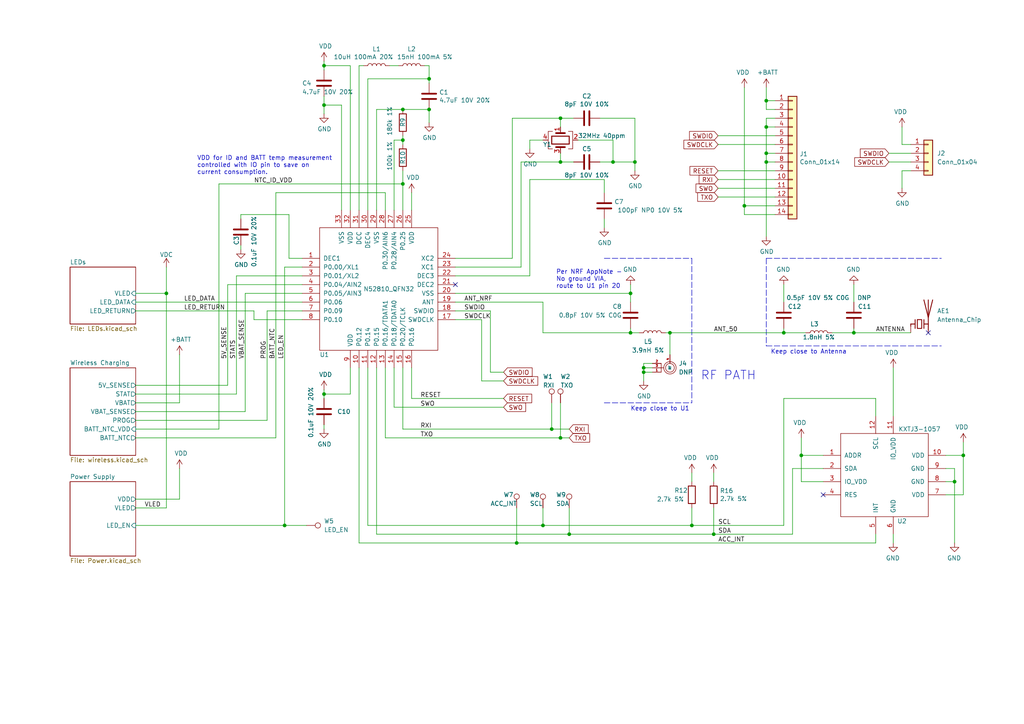
<source format=kicad_sch>
(kicad_sch (version 20211123) (generator eeschema)
  (paper "A4")
  (title_block (title "Pixels D12 Schematic, Main") (date "2022-12-23") (rev "2") (company "Systemic Games, LLC"))
  (lib_symbols
    (symbol "Connector_Generic:Conn_01x04" (pin_names (offset 1.016) hide)
      (property "Reference" "J" (at 0 5.08 0))
      (property "Value" "Conn_01x04" (at 0 -7.62 0))
      (symbol "Conn_01x04_1_1"
        (rectangle (start -1.27 -4.953) (end 0 -5.207) (stroke (width 0.1524)))
        (rectangle (start -1.27 -2.413) (end 0 -2.667) (stroke (width 0.1524)))
        (rectangle (start -1.27 0.127) (end 0 -0.127) (stroke (width 0.1524)))
        (rectangle (start -1.27 2.667) (end 0 2.413) (stroke (width 0.1524)))
        (rectangle (start -1.27 3.81) (end 1.27 -6.35) (stroke (width 0.254)) (fill (type background)))
        (pin passive line (at -5.08 2.54 0) (length 3.81) (name "Pin_1") (number "1"))
        (pin passive line (at -5.08 0 0) (length 3.81) (name "Pin_2") (number "2"))
        (pin passive line (at -5.08 -2.54 0) (length 3.81) (name "Pin_3") (number "3"))
        (pin passive line (at -5.08 -5.08 0) (length 3.81) (name "Pin_4") (number "4"))
      )
    )
    (symbol "Connector_Generic:Conn_01x14" (pin_names (offset 1.016) hide)
      (property "Reference" "J" (at 0 17.78 0))
      (property "Value" "Conn_01x14" (at 0 -20.32 0))
      (symbol "Conn_01x14_1_1"
        (rectangle (start -1.27 -17.653) (end 0 -17.907) (stroke (width 0.1524)))
        (rectangle (start -1.27 -15.113) (end 0 -15.367) (stroke (width 0.1524)))
        (rectangle (start -1.27 -12.573) (end 0 -12.827) (stroke (width 0.1524)))
        (rectangle (start -1.27 -10.033) (end 0 -10.287) (stroke (width 0.1524)))
        (rectangle (start -1.27 -7.493) (end 0 -7.747) (stroke (width 0.1524)))
        (rectangle (start -1.27 -4.953) (end 0 -5.207) (stroke (width 0.1524)))
        (rectangle (start -1.27 -2.413) (end 0 -2.667) (stroke (width 0.1524)))
        (rectangle (start -1.27 0.127) (end 0 -0.127) (stroke (width 0.1524)))
        (rectangle (start -1.27 2.667) (end 0 2.413) (stroke (width 0.1524)))
        (rectangle (start -1.27 5.207) (end 0 4.953) (stroke (width 0.1524)))
        (rectangle (start -1.27 7.747) (end 0 7.493) (stroke (width 0.1524)))
        (rectangle (start -1.27 10.287) (end 0 10.033) (stroke (width 0.1524)))
        (rectangle (start -1.27 12.827) (end 0 12.573) (stroke (width 0.1524)))
        (rectangle (start -1.27 15.367) (end 0 15.113) (stroke (width 0.1524)))
        (rectangle (start -1.27 16.51) (end 1.27 -19.05) (stroke (width 0.254)) (fill (type background)))
        (pin passive line (at -5.08 15.24 0) (length 3.81) (name "Pin_1") (number "1"))
        (pin passive line (at -5.08 -7.62 0) (length 3.81) (name "Pin_10") (number "10"))
        (pin passive line (at -5.08 -10.16 0) (length 3.81) (name "Pin_11") (number "11"))
        (pin passive line (at -5.08 -12.7 0) (length 3.81) (name "Pin_12") (number "12"))
        (pin passive line (at -5.08 -15.24 0) (length 3.81) (name "Pin_13") (number "13"))
        (pin passive line (at -5.08 -17.78 0) (length 3.81) (name "Pin_14") (number "14"))
        (pin passive line (at -5.08 12.7 0) (length 3.81) (name "Pin_2") (number "2"))
        (pin passive line (at -5.08 10.16 0) (length 3.81) (name "Pin_3") (number "3"))
        (pin passive line (at -5.08 7.62 0) (length 3.81) (name "Pin_4") (number "4"))
        (pin passive line (at -5.08 5.08 0) (length 3.81) (name "Pin_5") (number "5"))
        (pin passive line (at -5.08 2.54 0) (length 3.81) (name "Pin_6") (number "6"))
        (pin passive line (at -5.08 0 0) (length 3.81) (name "Pin_7") (number "7"))
        (pin passive line (at -5.08 -2.54 0) (length 3.81) (name "Pin_8") (number "8"))
        (pin passive line (at -5.08 -5.08 0) (length 3.81) (name "Pin_9") (number "9"))
      )
    )
    (symbol "Device:Antenna_Chip" (pin_numbers hide) (pin_names (offset 1.016) hide)
      (property "Reference" "AE" (at 0 5.08 0))
      (property "Value" "Antenna_Chip" (at 0 3.175 0))
      (symbol "Antenna_Chip_0_1"
        (polyline (pts (xy -2.54 0) (xy -2.54 -0.635)) (stroke (width 0.254)))
        (polyline (pts (xy -2.54 0) (xy -1.27 0)) (stroke (width 0.254)))
        (polyline (pts (xy 1.27 0) (xy 2.54 0)) (stroke (width 0.254)))
        (polyline (pts (xy 1.27 1.27) (xy 1.27 -1.27)) (stroke (width 0.254)))
        (polyline (pts (xy 2.54 -0.635) (xy 2.54 0)))
        (polyline (pts (xy 2.54 6.985) (xy 2.54 -1.905)) (stroke (width 0.254)))
        (polyline (pts (xy -1.27 1.27) (xy -1.27 -1.27) (xy -1.27 0)) (stroke (width 0.254)))
        (polyline (pts (xy 3.81 6.985) (xy 2.54 1.905) (xy 1.27 6.985)) (stroke (width 0.254)))
        (polyline (pts (xy -0.635 1.27) (xy 0.635 1.27) (xy 0.635 -1.27) (xy -0.635 -1.27) (xy -0.635 1.27)) (stroke (width 0.254)))
      )
      (symbol "Antenna_Chip_1_1"
        (pin input line (at -2.54 -2.54 90) (length 2.54) (name "FEED") (number "1"))
        (pin passive line (at 2.54 -2.54 90) (length 2.54) (name "PCB_Trace") (number "2"))
      )
    )
    (symbol "Device:C" (pin_numbers hide) (pin_names (offset 0.254))
      (property "Reference" "C" (at 0.635 2.54 0))
      (property "Value" "C" (at 0.635 -2.54 0))
      (symbol "C_0_1"
        (polyline (pts (xy -2.032 -0.762) (xy 2.032 -0.762)) (stroke (width 0.508)))
        (polyline (pts (xy -2.032 0.762) (xy 2.032 0.762)) (stroke (width 0.508)))
      )
      (symbol "C_1_1"
        (pin passive line (at 0 3.81 270) (length 2.794) (name "~") (number "1"))
        (pin passive line (at 0 -3.81 90) (length 2.794) (name "~") (number "2"))
      )
    )
    (symbol "Device:Crystal_GND24" (pin_names (offset 1.016) hide)
      (property "Reference" "Y" (at 3.175 5.08 0))
      (property "Value" "Crystal_GND24" (at 3.175 3.175 0))
      (symbol "Crystal_GND24_0_1"
        (rectangle (start -1.143 2.54) (end 1.143 -2.54) (stroke (width 0.3048)))
        (polyline (pts (xy -2.54 0) (xy -2.032 0)))
        (polyline (pts (xy -2.032 -1.27) (xy -2.032 1.27)) (stroke (width 0.508)))
        (polyline (pts (xy 0 -3.81) (xy 0 -3.556)))
        (polyline (pts (xy 0 3.556) (xy 0 3.81)))
        (polyline (pts (xy 2.032 -1.27) (xy 2.032 1.27)) (stroke (width 0.508)))
        (polyline (pts (xy 2.032 0) (xy 2.54 0)))
        (polyline (pts (xy -2.54 -2.286) (xy -2.54 -3.556) (xy 2.54 -3.556) (xy 2.54 -2.286)))
        (polyline (pts (xy -2.54 2.286) (xy -2.54 3.556) (xy 2.54 3.556) (xy 2.54 2.286)))
      )
      (symbol "Crystal_GND24_1_1"
        (pin passive line (at -3.81 0 0) (length 1.27) (name "1") (number "1"))
        (pin passive line (at 0 5.08 270) (length 1.27) (name "2") (number "2"))
        (pin passive line (at 3.81 0 180) (length 1.27) (name "3") (number "3"))
        (pin passive line (at 0 -5.08 90) (length 1.27) (name "4") (number "4"))
      )
    )
    (symbol "Device:L" (pin_numbers hide) (pin_names (offset 1.016) hide)
      (property "Reference" "L" (at -1.27 0 90))
      (property "Value" "L" (at 1.905 0 90))
      (symbol "L_0_1"
        (arc (start 0 -2.54) (mid 0.635 -1.905) (end 0 -1.27))
        (arc (start 0 -1.27) (mid 0.635 -0.635) (end 0 0))
        (arc (start 0 0) (mid 0.635 0.635) (end 0 1.27))
        (arc (start 0 1.27) (mid 0.635 1.905) (end 0 2.54))
      )
      (symbol "L_1_1"
        (pin passive line (at 0 3.81 270) (length 1.27) (name "1") (number "1"))
        (pin passive line (at 0 -3.81 90) (length 1.27) (name "2") (number "2"))
      )
    )
    (symbol "Device:R" (pin_numbers hide) (pin_names (offset 0))
      (property "Reference" "R" (at 2.032 0 90))
      (property "Value" "R" (at 0 0 90))
      (symbol "R_0_1"
        (rectangle (start -1.016 -2.54) (end 1.016 2.54) (stroke (width 0.254)))
      )
      (symbol "R_1_1"
        (pin passive line (at 0 3.81 270) (length 1.27) (name "~") (number "1"))
        (pin passive line (at 0 -3.81 90) (length 1.27) (name "~") (number "2"))
      )
    )
    (symbol "Pixels-dice:KXTJ3-1057" (pin_names (offset 1.016))
      (property "Reference" "U" (at 10.16 -12.7 0))
      (property "Value" "KXTJ3-1057" (at 8.89 13.97 0))
      (symbol "KXTJ3-1057_0_1"
        (rectangle (start -12.7 12.7) (end 12.7 -11.43))
      )
      (symbol "KXTJ3-1057_1_1"
        (pin input line (at -17.78 6.35 0) (length 5.08) (name "ADDR") (number "1"))
        (pin power_in line (at 17.78 6.35 180) (length 5.08) (name "VDD") (number "10"))
        (pin power_in line (at 2.54 17.78 270) (length 5.08) (name "IO_VDD") (number "11"))
        (pin input line (at -2.54 17.78 270) (length 5.08) (name "SCL") (number "12"))
        (pin bidirectional line (at -17.78 2.54 0) (length 5.08) (name "SDA") (number "2"))
        (pin power_in line (at -17.78 -1.27 0) (length 5.08) (name "IO_VDD") (number "3"))
        (pin passive line (at -17.78 -5.08 0) (length 5.08) (name "RES") (number "4"))
        (pin output line (at -2.54 -16.51 90) (length 5.08) (name "INT") (number "5"))
        (pin power_in line (at 2.54 -16.51 90) (length 5.08) (name "GND") (number "6"))
        (pin power_in line (at 17.78 -5.08 180) (length 5.08) (name "VDD") (number "7"))
        (pin power_in line (at 17.78 -1.27 180) (length 5.08) (name "GND") (number "8"))
        (pin power_in line (at 17.78 2.54 180) (length 5.08) (name "GND") (number "9"))
      )
    )
    (symbol "Pixels-dice:N52810_QFN32" (pin_names (offset 1.016))
      (property "Reference" "U" (at 13.97 -19.05 0))
      (property "Value" "N52810_QFN32" (at 2.54 0 0))
      (symbol "N52810_QFN32_0_1"
        (rectangle (start -17.78 17.78) (end 16.51 -17.78))
      )
      (symbol "N52810_QFN32_1_1"
        (pin power_out line (at -22.86 8.89 0) (length 5.08) (name "DEC1") (number "1"))
        (pin bidirectional line (at -6.35 -22.86 90) (length 5.08) (name "P0.12") (number "10"))
        (pin bidirectional line (at -3.81 -22.86 90) (length 5.08) (name "P0.14") (number "11"))
        (pin bidirectional line (at -1.27 -22.86 90) (length 5.08) (name "P0.15") (number "12"))
        (pin bidirectional line (at 1.27 -22.86 90) (length 5.08) (name "P0.16/TDATA1") (number "13"))
        (pin bidirectional line (at 3.81 -22.86 90) (length 5.08) (name "P0.18/TDATA0") (number "14"))
        (pin bidirectional line (at 6.35 -22.86 90) (length 5.08) (name "P0.20/TCLK") (number "15"))
        (pin bidirectional line (at 8.89 -22.86 90) (length 5.08) (name "P0.16") (number "16"))
        (pin bidirectional line (at 21.59 -8.89 180) (length 5.08) (name "SWDCLK") (number "17"))
        (pin bidirectional line (at 21.59 -6.35 180) (length 5.08) (name "SWDIO") (number "18"))
        (pin output line (at 21.59 -3.81 180) (length 5.08) (name "ANT") (number "19"))
        (pin bidirectional line (at -22.86 6.35 0) (length 5.08) (name "P0.00/XL1") (number "2"))
        (pin output line (at 21.59 -1.27 180) (length 5.08) (name "VSS") (number "20"))
        (pin output line (at 21.59 1.27 180) (length 5.08) (name "DEC2") (number "21"))
        (pin output line (at 21.59 3.81 180) (length 5.08) (name "DEC3") (number "22"))
        (pin output line (at 21.59 6.35 180) (length 5.08) (name "XC1") (number "23"))
        (pin input line (at 21.59 8.89 180) (length 5.08) (name "XC2") (number "24"))
        (pin power_in line (at 8.89 22.86 270) (length 5.08) (name "VDD") (number "25"))
        (pin bidirectional line (at 6.35 22.86 270) (length 5.08) (name "P0.25") (number "26"))
        (pin bidirectional line (at 3.81 22.86 270) (length 5.08) (name "P0.28/AIN4") (number "27"))
        (pin bidirectional line (at 1.27 22.86 270) (length 5.08) (name "P0.30/AIN6") (number "28"))
        (pin power_in line (at -1.27 22.86 270) (length 5.08) (name "VSS") (number "29"))
        (pin bidirectional line (at -22.86 3.81 0) (length 5.08) (name "P0.01/XL2") (number "3"))
        (pin output line (at -3.81 22.86 270) (length 5.08) (name "DEC4") (number "30"))
        (pin output line (at -6.35 22.86 270) (length 5.08) (name "DCC") (number "31"))
        (pin power_in line (at -8.89 22.86 270) (length 5.08) (name "VDD") (number "32"))
        (pin power_in line (at -11.43 22.86 270) (length 5.08) (name "VSS") (number "33"))
        (pin bidirectional line (at -22.86 1.27 0) (length 5.08) (name "P0.04/AIN2") (number "4"))
        (pin bidirectional line (at -22.86 -1.27 0) (length 5.08) (name "P0.05/AIN3") (number "5"))
        (pin bidirectional line (at -22.86 -3.81 0) (length 5.08) (name "P0.06") (number "6"))
        (pin bidirectional line (at -22.86 -6.35 0) (length 5.08) (name "P0.09") (number "7"))
        (pin bidirectional line (at -22.86 -8.89 0) (length 5.08) (name "P0.10") (number "8"))
        (pin power_in line (at -8.89 -22.86 90) (length 5.08) (name "VDD") (number "9"))
      )
    )
    (symbol "Pixels-dice:TEST_1P-conn" (pin_numbers hide) (pin_names (offset 0.762) hide)
      (property "Reference" "W" (at 0 6.858 0))
      (property "Value" "TEST_1P-conn" (at 0 5.08 0))
      (symbol "TEST_1P-conn_0_1"
        (circle (center 0 3.302) (radius 0.762))
      )
      (symbol "TEST_1P-conn_1_1"
        (pin passive line (at 0 0 90) (length 2.54) (name "1") (number "1"))
      )
    )
    (symbol "Pixels-dice:W.FL"
      (property "Reference" "J" (at 3.81 -1.27 0))
      (property "Value" "W.FL" (at 4.445 1.27 0))
      (symbol "W.FL_0_1"
        (polyline (pts (xy -1.27 -2.54) (xy 1.27 -2.54)))
        (polyline (pts (xy 0 -2.54) (xy 0 -1.905)))
        (circle (center 0 0) (radius 1.27))
        (circle (center 0 0) (radius 1.7961))
      )
      (symbol "W.FL_1_1"
        (pin passive line (at 1.27 -5.08 90) (length 2.54) (name "") (number "1"))
        (pin passive line (at -1.27 -5.08 90) (length 2.54) (name "") (number "2"))
        (pin passive line (at 0 -5.08 90) (length 2.54) (name "") (number "3"))
        (pin passive line (at -3.81 0 0) (length 2.54) (name "RF") (number "4"))
      )
    )
    (symbol "power:+BATT" (power) (pin_names (offset 0))
      (property "Value" "+BATT" (at 0 3.556 0))
      (symbol "+BATT_0_1"
        (polyline (pts (xy -0.762 1.27) (xy 0 2.54)))
        (polyline (pts (xy 0 0) (xy 0 2.54)))
        (polyline (pts (xy 0 2.54) (xy 0.762 1.27)))
      )
      (symbol "+BATT_1_1"
        (pin power_in line (at 0 0 90) (length 0) hide (name "+BATT") (number "1"))
      )
    )
    (symbol "power:GND" (power) (pin_names (offset 0))
      (property "Value" "GND" (at 0 -3.81 0))
      (symbol "GND_0_1"
        (polyline (pts (xy 0 0) (xy 0 -1.27) (xy 1.27 -1.27) (xy 0 -2.54) (xy -1.27 -1.27) (xy 0 -1.27)))
      )
      (symbol "GND_1_1"
        (pin power_in line (at 0 0 270) (length 0) hide (name "GND") (number "1"))
      )
    )
    (symbol "power:VDC" (power) (pin_names (offset 0))
      (property "Value" "VDC" (at 0 6.35 0))
      (symbol "VDC_0_1"
        (polyline (pts (xy -0.762 1.27) (xy 0 2.54)))
        (polyline (pts (xy 0 0) (xy 0 2.54)))
        (polyline (pts (xy 0 2.54) (xy 0.762 1.27)))
      )
      (symbol "VDC_1_1"
        (pin power_in line (at 0 0 90) (length 0) hide (name "VDC") (number "1"))
      )
    )
    (symbol "power:VDD" (power) (pin_names (offset 0))
      (property "Value" "VDD" (at 0 3.81 0))
      (symbol "VDD_0_1"
        (polyline (pts (xy -0.762 1.27) (xy 0 2.54)))
        (polyline (pts (xy 0 0) (xy 0 2.54)))
        (polyline (pts (xy 0 2.54) (xy 0.762 1.27)))
      )
      (symbol "VDD_1_1"
        (pin power_in line (at 0 0 90) (length 0) hide (name "VDD") (number "1"))
      )
    )
  )
  (junction (at 279.4 132.08))
  (junction (at 247.65 96.52))
  (junction (at 177.8 46.99))
  (junction (at 276.86 139.7))
  (junction (at 93.98 30.48))
  (junction (at 93.98 19.05))
  (junction (at 194.31 96.52))
  (junction (at 124.46 31.75))
  (junction (at 116.84 40.64))
  (junction (at 162.56 46.99))
  (junction (at 149.86 157.48))
  (junction (at 165.1 154.94))
  (junction (at 182.88 85.09))
  (junction (at 207.01 154.94))
  (junction (at 222.25 36.83))
  (junction (at 93.98 114.3))
  (junction (at 124.46 22.86))
  (junction (at 82.55 152.4))
  (junction (at 222.25 44.45))
  (junction (at 116.84 31.75))
  (junction (at 222.25 29.21))
  (junction (at 184.15 46.99))
  (junction (at 222.25 46.99))
  (junction (at 48.26 85.09))
  (junction (at 162.56 127))
  (junction (at 232.41 132.08))
  (junction (at 215.9 59.69))
  (junction (at 157.48 152.4))
  (junction (at 160.02 124.46))
  (junction (at 200.66 152.4))
  (junction (at 227.33 96.52))
  (junction (at 186.69 106.68))
  (junction (at 186.69 107.95))
  (junction (at 116.84 53.34))
  (junction (at 162.56 34.29))
  (junction (at 182.88 96.52))
  (no_connect (at 132.08 82.55))
  (no_connect (at 238.76 143.51))
  (no_connect (at 269.24 96.52))
  (wire (pts (xy 99.06 30.48) (xy 93.98 30.48)))
  (wire (pts (xy 99.06 30.48) (xy 99.06 60.96)))
  (wire (pts (xy 222.25 34.29) (xy 222.25 36.83)))
  (wire (pts (xy 207.01 137.16) (xy 207.01 139.7)))
  (wire (pts (xy 257.81 46.99) (xy 264.16 46.99)))
  (wire (pts (xy 194.31 96.52) (xy 227.33 96.52)))
  (wire (pts (xy 149.86 147.32) (xy 149.86 157.48)))
  (wire (pts (xy 109.22 31.75) (xy 109.22 60.96)))
  (wire (pts (xy 177.8 40.64) (xy 177.8 46.99)))
  (wire (pts (xy 227.33 96.52) (xy 233.68 96.52)))
  (wire (pts (xy 68.58 80.01) (xy 68.58 114.3)))
  (wire (pts (xy 151.13 77.47) (xy 151.13 46.99)))
  (wire (pts (xy 93.98 19.05) (xy 93.98 20.32)))
  (wire (pts (xy 232.41 139.7) (xy 232.41 132.08)))
  (wire (pts (xy 73.66 92.71) (xy 73.66 90.17)))
  (wire (pts (xy 279.4 143.51) (xy 274.32 143.51)))
  (wire (pts (xy 101.6 19.05) (xy 93.98 19.05)))
  (wire (pts (xy 173.99 46.99) (xy 177.8 46.99)))
  (wire (pts (xy 153.67 80.01) (xy 132.08 80.01)))
  (wire (pts (xy 139.7 110.49) (xy 146.05 110.49)))
  (wire (pts (xy 261.62 49.53) (xy 261.62 54.61)))
  (wire (pts (xy 132.08 74.93) (xy 148.59 74.93)))
  (wire (pts (xy 238.76 135.89) (xy 229.87 135.89)))
  (wire (pts (xy 207.01 147.32) (xy 207.01 154.94)))
  (wire (pts (xy 184.15 34.29) (xy 184.15 46.99)))
  (wire (pts (xy 224.79 46.99) (xy 222.25 46.99)))
  (wire (pts (xy 160.02 124.46) (xy 165.1 124.46)))
  (wire (pts (xy 162.56 34.29) (xy 166.37 34.29)))
  (wire (pts (xy 259.08 154.94) (xy 259.08 157.48)))
  (wire (pts (xy 39.37 114.3) (xy 68.58 114.3)))
  (wire (pts (xy 208.28 41.91) (xy 224.79 41.91)))
  (wire (pts (xy 39.37 147.32) (xy 48.26 147.32)))
  (wire (pts (xy 215.9 59.69) (xy 215.9 62.23)))
  (wire (pts (xy 116.84 124.46) (xy 116.84 106.68)))
  (wire (pts (xy 261.62 49.53) (xy 264.16 49.53)))
  (wire (pts (xy 162.56 127) (xy 165.1 127)))
  (wire (pts (xy 227.33 95.25) (xy 227.33 96.52)))
  (wire (pts (xy 80.01 55.88) (xy 111.76 55.88)))
  (wire (pts (xy 111.76 55.88) (xy 111.76 60.96)))
  (wire (pts (xy 124.46 31.75) (xy 124.46 35.56)))
  (wire (pts (xy 39.37 111.76) (xy 66.04 111.76)))
  (wire (pts (xy 93.98 114.3) (xy 93.98 115.57)))
  (wire (pts (xy 189.23 105.41) (xy 186.69 105.41)))
  (wire (pts (xy 149.86 157.48) (xy 254 157.48)))
  (wire (pts (xy 66.04 82.55) (xy 66.04 111.76)))
  (wire (pts (xy 224.79 59.69) (xy 215.9 59.69)))
  (wire (pts (xy 274.32 139.7) (xy 276.86 139.7)))
  (wire (pts (xy 148.59 74.93) (xy 148.59 34.29)))
  (wire (pts (xy 87.63 92.71) (xy 73.66 92.71)))
  (wire (pts (xy 106.68 106.68) (xy 106.68 152.4)))
  (wire (pts (xy 132.08 90.17) (xy 142.24 90.17)))
  (wire (pts (xy 114.3 106.68) (xy 114.3 118.11)))
  (wire (pts (xy 101.6 19.05) (xy 101.6 60.96)))
  (wire (pts (xy 182.88 82.55) (xy 182.88 85.09)))
  (wire (pts (xy 254 120.65) (xy 254 115.57)))
  (wire (pts (xy 261.62 41.91) (xy 264.16 41.91)))
  (wire (pts (xy 222.25 31.75) (xy 224.79 31.75)))
  (wire (pts (xy 93.98 114.3) (xy 93.98 113.03)))
  (wire (pts (xy 87.63 90.17) (xy 77.47 90.17)))
  (wire (pts (xy 142.24 107.95) (xy 146.05 107.95)))
  (wire (pts (xy 222.25 29.21) (xy 222.25 31.75)))
  (wire (pts (xy 157.48 40.64) (xy 153.67 40.64)))
  (wire (pts (xy 160.02 116.84) (xy 160.02 124.46)))
  (wire (pts (xy 186.69 107.95) (xy 186.69 110.49)))
  (wire (pts (xy 39.37 90.17) (xy 73.66 90.17)))
  (wire (pts (xy 222.25 44.45) (xy 222.25 46.99)))
  (wire (pts (xy 124.46 22.86) (xy 124.46 24.13)))
  (wire (pts (xy 186.69 105.41) (xy 186.69 106.68)))
  (wire (pts (xy 52.07 144.78) (xy 52.07 135.89)))
  (wire (pts (xy 182.88 96.52) (xy 185.42 96.52)))
  (wire (pts (xy 227.33 82.55) (xy 227.33 87.63)))
  (wire (pts (xy 182.88 95.25) (xy 182.88 96.52)))
  (wire (pts (xy 104.14 19.05) (xy 104.14 60.96)))
  (wire (pts (xy 189.23 107.95) (xy 186.69 107.95)))
  (wire (pts (xy 114.3 40.64) (xy 114.3 60.96)))
  (wire (pts (xy 39.37 87.63) (xy 87.63 87.63)))
  (wire (pts (xy 157.48 96.52) (xy 182.88 96.52)))
  (wire (pts (xy 123.19 19.05) (xy 124.46 19.05)))
  (wire (pts (xy 124.46 22.86) (xy 106.68 22.86)))
  (wire (pts (xy 165.1 154.94) (xy 207.01 154.94)))
  (wire (pts (xy 193.04 96.52) (xy 194.31 96.52)))
  (wire (pts (xy 208.28 49.53) (xy 224.79 49.53)))
  (wire (pts (xy 232.41 132.08) (xy 238.76 132.08)))
  (wire (pts (xy 173.99 34.29) (xy 184.15 34.29)))
  (wire (pts (xy 222.25 36.83) (xy 222.25 44.45)))
  (polyline (pts (xy 200.66 74.93) (xy 200.66 116.84)))
  (wire (pts (xy 39.37 85.09) (xy 48.26 85.09)))
  (wire (pts (xy 274.32 135.89) (xy 276.86 135.89)))
  (wire (pts (xy 279.4 132.08) (xy 279.4 143.51)))
  (wire (pts (xy 114.3 40.64) (xy 116.84 40.64)))
  (wire (pts (xy 151.13 46.99) (xy 162.56 46.99)))
  (wire (pts (xy 232.41 132.08) (xy 232.41 127)))
  (wire (pts (xy 101.6 114.3) (xy 93.98 114.3)))
  (wire (pts (xy 111.76 127) (xy 162.56 127)))
  (polyline (pts (xy 222.25 74.93) (xy 222.25 100.33)))
  (wire (pts (xy 227.33 115.57) (xy 227.33 152.4)))
  (wire (pts (xy 247.65 82.55) (xy 247.65 87.63)))
  (wire (pts (xy 276.86 139.7) (xy 276.86 157.48)))
  (wire (pts (xy 82.55 77.47) (xy 82.55 152.4)))
  (wire (pts (xy 200.66 137.16) (xy 200.66 139.7)))
  (wire (pts (xy 88.9 152.4) (xy 82.55 152.4)))
  (wire (pts (xy 222.25 34.29) (xy 224.79 34.29)))
  (wire (pts (xy 162.56 46.99) (xy 166.37 46.99)))
  (wire (pts (xy 215.9 62.23) (xy 224.79 62.23)))
  (wire (pts (xy 222.25 46.99) (xy 222.25 68.58)))
  (wire (pts (xy 116.84 124.46) (xy 160.02 124.46)))
  (wire (pts (xy 175.26 52.07) (xy 175.26 55.88)))
  (wire (pts (xy 182.88 85.09) (xy 182.88 87.63)))
  (wire (pts (xy 119.38 106.68) (xy 119.38 115.57)))
  (wire (pts (xy 247.65 95.25) (xy 247.65 96.52)))
  (wire (pts (xy 208.28 57.15) (xy 224.79 57.15)))
  (wire (pts (xy 157.48 152.4) (xy 200.66 152.4)))
  (wire (pts (xy 261.62 36.83) (xy 261.62 41.91)))
  (wire (pts (xy 148.59 34.29) (xy 162.56 34.29)))
  (wire (pts (xy 257.81 44.45) (xy 264.16 44.45)))
  (wire (pts (xy 39.37 144.78) (xy 52.07 144.78)))
  (wire (pts (xy 39.37 119.38) (xy 71.12 119.38)))
  (wire (pts (xy 124.46 19.05) (xy 124.46 22.86)))
  (wire (pts (xy 48.26 85.09) (xy 48.26 147.32)))
  (wire (pts (xy 82.55 77.47) (xy 87.63 77.47)))
  (wire (pts (xy 200.66 152.4) (xy 227.33 152.4)))
  (wire (pts (xy 39.37 127) (xy 80.01 127)))
  (wire (pts (xy 109.22 154.94) (xy 165.1 154.94)))
  (wire (pts (xy 119.38 55.88) (xy 119.38 60.96)))
  (wire (pts (xy 82.55 152.4) (xy 39.37 152.4)))
  (wire (pts (xy 208.28 54.61) (xy 224.79 54.61)))
  (wire (pts (xy 87.63 82.55) (xy 66.04 82.55)))
  (wire (pts (xy 116.84 49.53) (xy 116.84 53.34)))
  (wire (pts (xy 116.84 31.75) (xy 124.46 31.75)))
  (wire (pts (xy 104.14 19.05) (xy 105.41 19.05)))
  (wire (pts (xy 87.63 80.01) (xy 68.58 80.01)))
  (wire (pts (xy 116.84 53.34) (xy 63.5 53.34)))
  (wire (pts (xy 104.14 157.48) (xy 149.86 157.48)))
  (wire (pts (xy 139.7 92.71) (xy 139.7 110.49)))
  (polyline (pts (xy 222.25 74.93) (xy 273.05 74.93)))
  (wire (pts (xy 194.31 96.52) (xy 194.31 102.87)))
  (wire (pts (xy 186.69 106.68) (xy 186.69 107.95)))
  (polyline (pts (xy 175.26 74.93) (xy 200.66 74.93)))
  (wire (pts (xy 116.84 53.34) (xy 116.84 60.96)))
  (wire (pts (xy 167.64 40.64) (xy 177.8 40.64)))
  (wire (pts (xy 93.98 19.05) (xy 93.98 17.78)))
  (wire (pts (xy 132.08 87.63) (xy 157.48 87.63)))
  (wire (pts (xy 93.98 30.48) (xy 93.98 33.02)))
  (wire (pts (xy 48.26 85.09) (xy 48.26 77.47)))
  (wire (pts (xy 132.08 92.71) (xy 139.7 92.71)))
  (wire (pts (xy 63.5 53.34) (xy 63.5 124.46)))
  (wire (pts (xy 165.1 147.32) (xy 165.1 154.94)))
  (wire (pts (xy 229.87 135.89) (xy 229.87 154.94)))
  (wire (pts (xy 224.79 44.45) (xy 222.25 44.45)))
  (wire (pts (xy 69.85 71.12) (xy 69.85 72.39)))
  (wire (pts (xy 39.37 121.92) (xy 77.47 121.92)))
  (wire (pts (xy 146.05 115.57) (xy 119.38 115.57)))
  (polyline (pts (xy 222.25 100.33) (xy 273.05 100.33)))
  (wire (pts (xy 157.48 87.63) (xy 157.48 96.52)))
  (wire (pts (xy 116.84 40.64) (xy 116.84 41.91)))
  (wire (pts (xy 222.25 25.4) (xy 222.25 29.21)))
  (wire (pts (xy 162.56 116.84) (xy 162.56 127)))
  (wire (pts (xy 157.48 147.32) (xy 157.48 152.4)))
  (wire (pts (xy 83.82 62.23) (xy 69.85 62.23)))
  (wire (pts (xy 142.24 90.17) (xy 142.24 107.95)))
  (wire (pts (xy 109.22 31.75) (xy 116.84 31.75)))
  (wire (pts (xy 279.4 128.27) (xy 279.4 132.08)))
  (wire (pts (xy 247.65 96.52) (xy 264.16 96.52)))
  (wire (pts (xy 87.63 74.93) (xy 83.82 74.93)))
  (wire (pts (xy 39.37 124.46) (xy 63.5 124.46)))
  (wire (pts (xy 93.98 27.94) (xy 93.98 30.48)))
  (wire (pts (xy 153.67 52.07) (xy 153.67 80.01)))
  (wire (pts (xy 254 154.94) (xy 254 157.48)))
  (wire (pts (xy 106.68 22.86) (xy 106.68 60.96)))
  (wire (pts (xy 71.12 85.09) (xy 71.12 119.38)))
  (wire (pts (xy 177.8 46.99) (xy 184.15 46.99)))
  (wire (pts (xy 83.82 74.93) (xy 83.82 62.23)))
  (wire (pts (xy 207.01 154.94) (xy 229.87 154.94)))
  (wire (pts (xy 116.84 39.37) (xy 116.84 40.64)))
  (wire (pts (xy 80.01 55.88) (xy 80.01 127)))
  (wire (pts (xy 39.37 116.84) (xy 52.07 116.84)))
  (wire (pts (xy 104.14 106.68) (xy 104.14 157.48)))
  (wire (pts (xy 175.26 63.5) (xy 175.26 66.04)))
  (wire (pts (xy 153.67 40.64) (xy 153.67 43.18)))
  (wire (pts (xy 77.47 90.17) (xy 77.47 121.92)))
  (wire (pts (xy 113.03 19.05) (xy 115.57 19.05)))
  (wire (pts (xy 184.15 46.99) (xy 184.15 49.53)))
  (wire (pts (xy 162.56 44.45) (xy 162.56 46.99)))
  (wire (pts (xy 208.28 39.37) (xy 224.79 39.37)))
  (wire (pts (xy 162.56 36.83) (xy 162.56 34.29)))
  (wire (pts (xy 279.4 132.08) (xy 274.32 132.08)))
  (wire (pts (xy 254 115.57) (xy 227.33 115.57)))
  (wire (pts (xy 175.26 52.07) (xy 153.67 52.07)))
  (wire (pts (xy 241.3 96.52) (xy 247.65 96.52)))
  (wire (pts (xy 238.76 139.7) (xy 232.41 139.7)))
  (wire (pts (xy 146.05 118.11) (xy 114.3 118.11)))
  (wire (pts (xy 69.85 62.23) (xy 69.85 63.5)))
  (wire (pts (xy 224.79 36.83) (xy 222.25 36.83)))
  (wire (pts (xy 111.76 127) (xy 111.76 106.68)))
  (wire (pts (xy 109.22 106.68) (xy 109.22 154.94)))
  (wire (pts (xy 215.9 25.4) (xy 215.9 59.69)))
  (wire (pts (xy 276.86 135.89) (xy 276.86 139.7)))
  (wire (pts (xy 259.08 106.68) (xy 259.08 120.65)))
  (wire (pts (xy 222.25 29.21) (xy 224.79 29.21)))
  (wire (pts (xy 132.08 77.47) (xy 151.13 77.47)))
  (wire (pts (xy 200.66 147.32) (xy 200.66 152.4)))
  (wire (pts (xy 189.23 106.68) (xy 186.69 106.68)))
  (wire (pts (xy 101.6 106.68) (xy 101.6 114.3)))
  (wire (pts (xy 52.07 102.87) (xy 52.07 116.84)))
  (wire (pts (xy 87.63 85.09) (xy 71.12 85.09)))
  (polyline (pts (xy 175.26 116.84) (xy 200.66 116.84)))
  (wire (pts (xy 208.28 52.07) (xy 224.79 52.07)))
  (wire (pts (xy 106.68 152.4) (xy 157.48 152.4)))
  (wire (pts (xy 132.08 85.09) (xy 182.88 85.09)))
  (wire (pts (xy 93.98 123.19) (xy 93.98 124.46)))
  (text "RF PATH" (at 203.2 110.49 0) (effects (font (size 2.54 2.54)) (justify left bottom)))
  (text "VDD for ID and BATT temp measurement\ncontrolled with IO pin to save on\ncurrent consumption." (at 57.15 50.8 0) (effects (font (size 1.27 1.27)) (justify left bottom)))
  (text "Keep close to U1" (at 182.88 119.38 0) (effects (font (size 1.27 1.27)) (justify left bottom)))
  (text "Per NRF AppNote -\nNo ground VIA,\nroute to U1 pin 20" (at 161.29 83.82 0) (effects (font (size 1.27 1.27)) (justify left bottom)))
  (text "Keep close to Antenna" (at 223.52 102.87 0) (effects (font (size 1.27 1.27)) (justify left bottom)))
  (label "TXO" (at 121.92 127 0))
  (label "ANT_50" (at 207.01 96.52 0))
  (label "ACC_INT" (at 208.28 157.48 0))
  (label "SWDCLK" (at 134.62 92.71 0))
  (label "VBAT_SENSE" (at 71.12 104.14 90))
  (label "5V_SENSE" (at 66.04 104.14 90))
  (label "ANT_NRF" (at 134.62 87.63 0))
  (label "BATT_NTC" (at 80.01 104.14 90))
  (label "SDA" (at 208.28 154.94 0))
  (label "LED_EN" (at 82.55 104.14 90))
  (label "RXI" (at 121.92 124.46 0))
  (label "ANTENNA" (at 254 96.52 0))
  (label "SWDIO" (at 134.62 90.17 0))
  (label "SWO" (at 121.92 118.11 0))
  (label "NTC_ID_VDD" (at 73.66 53.34 0))
  (label "PROG" (at 77.47 104.14 90))
  (label "LED_DATA" (at 53.34 87.63 0))
  (label "RESET" (at 121.92 115.57 0))
  (label "LED_RETURN" (at 53.34 90.17 0))
  (label "SCL" (at 208.28 152.4 0))
  (label "VLED" (at 41.91 147.32 0))
  (label "STATS" (at 68.58 104.14 90))
  (global_label "TXO" (shape input) (at 165.1 127 0) (property "Intersheet References" "${INTERSHEET_REFS}" (effects hide)))
  (global_label "RESET" (shape input) (at 208.28 49.53 180) (property "Intersheet References" "${INTERSHEET_REFS}" (effects hide)))
  (global_label "SWDIO" (shape input) (at 146.05 107.95 0) (property "Intersheet References" "${INTERSHEET_REFS}" (effects hide)))
  (global_label "SWDCLK" (shape input) (at 257.81 46.99 180) (property "Intersheet References" "${INTERSHEET_REFS}" (effects hide)))
  (global_label "RXI" (shape input) (at 208.28 52.07 180) (property "Intersheet References" "${INTERSHEET_REFS}" (effects hide)))
  (global_label "SWO" (shape input) (at 146.05 118.11 0) (property "Intersheet References" "${INTERSHEET_REFS}" (effects hide)))
  (global_label "SWDCLK" (shape input) (at 146.05 110.49 0) (property "Intersheet References" "${INTERSHEET_REFS}" (effects hide)))
  (global_label "TXO" (shape input) (at 208.28 57.15 180) (property "Intersheet References" "${INTERSHEET_REFS}" (effects hide)))
  (global_label "RESET" (shape input) (at 146.05 115.57 0) (property "Intersheet References" "${INTERSHEET_REFS}" (effects hide)))
  (global_label "SWO" (shape input) (at 208.28 54.61 180) (property "Intersheet References" "${INTERSHEET_REFS}" (effects hide)))
  (global_label "SWDIO" (shape input) (at 257.81 44.45 180) (property "Intersheet References" "${INTERSHEET_REFS}" (effects hide)))
  (global_label "RXI" (shape input) (at 165.1 124.46 0) (property "Intersheet References" "${INTERSHEET_REFS}" (effects hide)))
  (global_label "SWDCLK" (shape input) (at 208.28 41.91 180) (property "Intersheet References" "${INTERSHEET_REFS}" (effects hide)))
  (global_label "SWDIO" (shape input) (at 208.28 39.37 180) (property "Intersheet References" "${INTERSHEET_REFS}" (effects hide)))
  (symbol (lib_id "power:GND") (at 93.98 124.46 0) (unit 1)
    (property "Reference" "#PWR016" (effects hide))
    (property "Value" "GND" (at 94.107 128.8542 0))
  )
  (symbol (lib_id "power:VDD") (at 93.98 113.03 0) (unit 1)
    (property "Reference" "#PWR014" (effects hide))
    (property "Value" "VDD" (at 94.4118 108.6358 0))
  )
  (symbol (lib_id "Device:C") (at 93.98 119.38 0) (unit 1)
    (property "Reference" "C10" (at 97.79 119.38 0) (effects (justify left)))
    (property "Value" "0.1uF 10V 20%" (at 90.17 127 90) (effects (justify left)))
    (property "Footprint" "Pixels-dice:C_0402_1005Metric" (effects hide))
    (property "Generic OK" "YES" (effects hide))
    (property "Pixels Part Number" "SMD-C005" (effects hide))
    (property "Manufacturer" "Murata" (effects hide))
    (property "Manufacturer Part Number" "GRM155R61H104KE19D" (effects hide))
  )
  (symbol (lib_id "power:GND") (at 93.98 33.02 0) (unit 1)
    (property "Reference" "#PWR08" (effects hide))
    (property "Value" "GND" (at 94.107 37.4142 0))
  )
  (symbol (lib_id "power:VDD") (at 93.98 17.78 0) (unit 1)
    (property "Reference" "#PWR01" (effects hide))
    (property "Value" "VDD" (at 94.4118 13.3858 0))
  )
  (symbol (lib_id "Device:C") (at 93.98 24.13 0) (unit 1)
    (property "Reference" "C4" (at 87.63 24.13 0) (effects (justify left)))
    (property "Value" "4.7uF 10V 20%" (at 87.63 26.67 0) (effects (justify left)))
    (property "Footprint" "Pixels-dice:C_0402_1005Metric" (effects hide))
    (property "Generic OK" "YES" (effects hide))
    (property "Pixels Part Number" "SMD-C002" (effects hide))
    (property "Manufacturer" "Murata" (effects hide))
    (property "Manufacturer Part Number" "GRM155R61A475MEAAJ" (effects hide))
  )
  (symbol (lib_id "power:GND") (at 69.85 72.39 0) (unit 1)
    (property "Reference" "#PWR05" (effects hide))
    (property "Value" "GND" (at 69.977 76.7842 0))
  )
  (symbol (lib_id "Device:C") (at 69.85 67.31 0) (unit 1)
    (property "Reference" "C3" (at 68.58 71.12 90) (effects (justify left)))
    (property "Value" "0.1uF 10V 20%" (at 73.66 77.47 90) (effects (justify left)))
    (property "Footprint" "Pixels-dice:C_0402_1005Metric" (effects hide))
    (property "Generic OK" "YES" (effects hide))
    (property "Pixels Part Number" "SMD-C005" (effects hide))
    (property "Manufacturer" "Murata" (effects hide))
    (property "Manufacturer Part Number" "GRM155R61H104KE19D" (effects hide))
  )
  (symbol (lib_id "Device:L") (at 109.22 19.05 90) (unit 1)
    (property "Reference" "L1" (at 109.22 14.224 90))
    (property "Value" "10uH 100mA 20%" (at 105.41 16.51 90))
    (property "Footprint" "Inductor_SMD:L_0805_2012Metric" (effects hide))
    (property "Generic OK" "YES" (effects hide))
    (property "Pixels Part Number" "SMD-L001" (effects hide))
    (property "Manufacturer" "Murata" (effects hide))
    (property "Manufacturer Part Number" "LQM21FN100M80L" (effects hide))
  )
  (symbol (lib_id "Device:L") (at 119.38 19.05 90) (unit 1)
    (property "Reference" "L2" (at 119.38 14.224 90))
    (property "Value" "15nH 100mA 5%" (at 123.19 16.51 90))
    (property "Footprint" "Inductor_SMD:L_0402_1005Metric" (effects hide))
    (property "Generic OK" "YES" (effects hide))
    (property "Pixels Part Number" "SMD-L002" (effects hide))
    (property "Manufacturer" "Murata" (effects hide))
    (property "Manufacturer Part Number" "LQG15HS15NJ02D" (effects hide))
  )
  (symbol (lib_id "Device:C") (at 124.46 27.94 0) (unit 1)
    (property "Reference" "C1" (at 127.381 26.7716 0) (effects (justify left)))
    (property "Value" "4.7uF 10V 20%" (at 127.381 29.083 0) (effects (justify left)))
    (property "Footprint" "Pixels-dice:C_0402_1005Metric" (effects hide))
    (property "Generic OK" "YES" (effects hide))
    (property "Pixels Part Number" "SMD-C002" (effects hide))
    (property "Manufacturer" "Murata" (effects hide))
    (property "Manufacturer Part Number" "GRM155R61A475MEAAJ" (effects hide))
  )
  (symbol (lib_id "power:GND") (at 124.46 35.56 0) (unit 1)
    (property "Reference" "#PWR03" (effects hide))
    (property "Value" "GND" (at 124.587 39.9542 0))
  )
  (symbol (lib_id "Device:Crystal_GND24") (at 162.56 40.64 270) (unit 1)
    (property "Reference" "Y1" (at 157.48 41.91 90) (effects (justify left)))
    (property "Value" "32MHz 40ppm" (at 167.64 39.37 90) (effects (justify left)))
    (property "Footprint" "Pixels-dice:Crystal_SMD_2016-4Pin_2.0x1.6mm" (effects hide))
    (property "Generic OK" "YES" (effects hide))
    (property "Manufacturer" "Murata" (effects hide))
    (property "Manufacturer Part Number" "XRCGB32M000F2P00R0" (effects hide))
    (property "Pixels Part Number" "SMD-Y001" (effects hide))
  )
  (symbol (lib_id "Device:C") (at 170.18 34.29 270) (unit 1)
    (property "Reference" "C2" (at 170.18 27.8892 90))
    (property "Value" "8pF 10V 10%" (at 170.18 30.2006 90))
    (property "Footprint" "Pixels-dice:C_0402_1005Metric" (effects hide))
    (property "Generic OK" "YES" (effects hide))
    (property "Pixels Part Number" "SMD-C001" (effects hide))
    (property "Manufacturer" "Murata" (effects hide))
    (property "Manufacturer Part Number" "GRT1555C2A8R0DA02" (effects hide))
  )
  (symbol (lib_id "Device:C") (at 170.18 46.99 270) (unit 1)
    (property "Reference" "C5" (at 170.18 43.18 90))
    (property "Value" "8pF 10V 10%" (at 170.18 50.8 90))
    (property "Footprint" "Pixels-dice:C_0402_1005Metric" (effects hide))
    (property "Generic OK" "YES" (effects hide))
    (property "Pixels Part Number" "SMD-C001" (effects hide))
    (property "Manufacturer" "Murata" (effects hide))
    (property "Manufacturer Part Number" "GRT1555C2A8R0DA02" (effects hide))
  )
  (symbol (lib_id "power:GND") (at 184.15 49.53 0) (unit 1)
    (property "Reference" "#PWR09" (effects hide))
    (property "Value" "GND" (at 184.277 53.9242 0))
  )
  (symbol (lib_id "power:GND") (at 175.26 66.04 0) (unit 1)
    (property "Reference" "#PWR011" (effects hide))
    (property "Value" "GND" (at 175.387 70.4342 0))
  )
  (symbol (lib_id "Device:C") (at 175.26 59.69 0) (unit 1)
    (property "Reference" "C7" (at 178.181 58.5216 0) (effects (justify left)))
    (property "Value" "100pF NP0 10V 5%" (at 179.07 60.96 0) (effects (justify left)))
    (property "Footprint" "Pixels-dice:C_0402_1005Metric" (effects hide))
    (property "Generic OK" "YES" (effects hide))
    (property "Pixels Part Number" "SMD-C003" (effects hide))
    (property "Manufacturer" "Murata" (effects hide))
    (property "Manufacturer Part Number" "GCM1555C1H101JA16J" (effects hide))
  )
  (symbol (lib_id "power:GND") (at 153.67 43.18 0) (unit 1)
    (property "Reference" "#PWR06" (effects hide))
    (property "Value" "GND" (at 153.797 47.5742 0))
  )
  (symbol (lib_id "power:VDD") (at 52.07 135.89 0) (unit 1)
    (property "Reference" "#PWR021" (effects hide))
    (property "Value" "VDD" (at 52.5018 131.4958 0))
  )
  (symbol (lib_id "Pixels-dice:TEST_1P-conn") (at 160.02 116.84 0) (unit 1)
    (property "Reference" "W1" (at 157.48 109.22 0) (effects (justify left)))
    (property "Value" "RXI" (at 157.48 111.76 0) (effects (justify left)))
    (property "Footprint" "Pixels-dice:TEST_PIN" (effects hide))
    (property "Generic OK" "N/A" (effects hide))
  )
  (symbol (lib_id "Pixels-dice:TEST_1P-conn") (at 162.56 116.84 0) (unit 1)
    (property "Reference" "W2" (at 162.56 109.22 0) (effects (justify left)))
    (property "Value" "TXO" (at 162.56 111.76 0) (effects (justify left)))
    (property "Footprint" "Pixels-dice:TEST_PIN" (effects hide))
    (property "Generic OK" "N/A" (effects hide))
  )
  (symbol (lib_id "Pixels-dice:TEST_1P-conn") (at 88.9 152.4 270) (unit 1)
    (property "Reference" "W5" (at 93.98 151.13 90) (effects (justify left)))
    (property "Value" "LED_EN" (at 93.98 153.67 90) (effects (justify left)))
    (property "Footprint" "Pixels-dice:TEST_PIN" (effects hide))
    (property "Generic OK" "N/A" (effects hide))
  )
  (symbol (lib_id "Pixels-dice:TEST_1P-conn") (at 149.86 147.32 0) (unit 1)
    (property "Reference" "W7" (at 146.05 143.51 0) (effects (justify left)))
    (property "Value" "ACC_INT" (at 142.24 146.05 0) (effects (justify left)))
    (property "Footprint" "Pixels-dice:TEST_PIN" (effects hide))
    (property "Generic OK" "N/A" (effects hide))
  )
  (symbol (lib_id "Pixels-dice:TEST_1P-conn") (at 157.48 147.32 0) (unit 1)
    (property "Reference" "W8" (at 153.67 143.51 0) (effects (justify left)))
    (property "Value" "SCL" (at 153.67 146.05 0) (effects (justify left)))
    (property "Footprint" "Pixels-dice:TEST_PIN" (effects hide))
    (property "Generic OK" "N/A" (effects hide))
  )
  (symbol (lib_id "Pixels-dice:TEST_1P-conn") (at 165.1 147.32 0) (unit 1)
    (property "Reference" "W9" (at 161.29 143.51 0) (effects (justify left)))
    (property "Value" "SDA" (at 161.29 146.05 0) (effects (justify left)))
    (property "Footprint" "Pixels-dice:TEST_PIN" (effects hide))
    (property "Generic OK" "N/A" (effects hide))
  )
  (symbol (lib_id "Pixels-dice:N52810_QFN32") (at 110.49 83.82 0) (unit 1)
    (property "Reference" "U1" (at 92.71 102.87 0) (effects (justify left)))
    (property "Value" "N52810_QFN32" (at 105.41 83.82 0) (effects (justify left)))
    (property "Footprint" "Package_DFN_QFN:QFN-32-1EP_5x5mm_P0.5mm_EP3.1x3.1mm" (effects hide))
    (property "Generic OK" "NO" (effects hide))
    (property "Manufacturer" "Nordic Semiconductor" (effects hide))
    (property "Manufacturer Part Number" "NRF52810-QCAA-R" (effects hide))
    (property "Pixels Part Number" "SMD-U001" (effects hide))
  )
  (symbol (lib_id "power:VDD") (at 119.38 55.88 0) (unit 1)
    (property "Reference" "#PWR04" (effects hide))
    (property "Value" "VDD" (at 119.8118 51.4858 0))
  )
  (symbol (lib_id "Connector_Generic:Conn_01x14") (at 229.87 44.45 0) (unit 1)
    (property "Reference" "J1" (at 231.902 44.6532 0) (effects (justify left)))
    (property "Value" "Conn_01x14" (at 231.902 46.9646 0) (effects (justify left)))
    (property "Footprint" "Pixels-dice:FPC_14" (effects hide))
    (property "Generic OK" "N/A" (effects hide))
  )
  (symbol (lib_id "power:+BATT") (at 222.25 25.4 0) (unit 1)
    (property "Reference" "#PWR07" (effects hide))
    (property "Value" "+BATT" (at 222.631 21.0058 0))
  )
  (symbol (lib_id "power:VDD") (at 215.9 25.4 0) (mirror y) (unit 1)
    (property "Reference" "#PWR02" (effects hide))
    (property "Value" "VDD" (at 215.4682 21.0058 0))
  )
  (symbol (lib_id "power:GND") (at 222.25 68.58 0) (unit 1)
    (property "Reference" "#PWR013" (effects hide))
    (property "Value" "GND" (at 222.377 72.9742 0))
  )
  (symbol (lib_id "Device:R") (at 116.84 45.72 0) (unit 1)
    (property "Reference" "R10" (at 116.84 45.72 90))
    (property "Value" "100k 1%" (at 113.03 49.53 90) (effects (justify left)))
    (property "Footprint" "Pixels-dice:R_0402_1005Metric" (effects hide))
    (property "Generic OK" "YES" (effects hide))
    (property "Pixels Part Number" "SMD-R006" (effects hide))
    (property "Manufacturer" "UNI-ROYAL(Uniroyal Elec)" (effects hide))
    (property "Manufacturer Part Number" "0402WGF1003TCE" (effects hide))
  )
  (symbol (lib_id "Device:R") (at 116.84 35.56 0) (unit 1)
    (property "Reference" "R9" (at 116.84 36.83 90) (effects (justify left)))
    (property "Value" "180k 1%" (at 113.03 39.37 90) (effects (justify left)))
    (property "Footprint" "Resistor_SMD:R_0402_1005Metric" (effects hide))
    (property "Generic OK" "YES" (effects hide))
    (property "Pixels Part Number" "SMD-R006" (effects hide))
    (property "Manufacturer" "UNI-ROYAL(Uniroyal Elec)" (effects hide))
    (property "Manufacturer Part Number" "0402WGF1803TCE" (effects hide))
  )
  (symbol (lib_id "Device:R") (at 200.66 143.51 0) (unit 1)
    (property "Reference" "R12" (at 195.58 142.24 0) (effects (justify left)))
    (property "Value" "2.7k 5%" (at 190.5 144.78 0) (effects (justify left)))
    (property "Footprint" "Pixels-dice:R_0402_1005Metric" (effects hide))
    (property "Generic OK" "YES" (effects hide))
    (property "Manufacturer" "UNI-ROYAL(Uniroyal Elec)" (effects hide))
    (property "Manufacturer Part Number" "0402WGJ0272TCE" (effects hide))
    (property "Pixels Part Number" "SMD-R021" (effects hide))
  )
  (symbol (lib_id "Device:R") (at 207.01 143.51 0) (unit 1)
    (property "Reference" "R16" (at 208.788 142.3416 0) (effects (justify left)))
    (property "Value" "2.7k 5%" (at 208.788 144.653 0) (effects (justify left)))
    (property "Footprint" "Pixels-dice:R_0402_1005Metric" (effects hide))
    (property "Generic OK" "YES" (effects hide))
    (property "Manufacturer" "UNI-ROYAL(Uniroyal Elec)" (effects hide))
    (property "Manufacturer Part Number" "0402WGJ0272TCE" (effects hide))
    (property "Pixels Part Number" "SMD-R021" (effects hide))
  )
  (symbol (lib_id "power:VDD") (at 207.01 137.16 0) (mirror y) (unit 1)
    (property "Reference" "#PWR046" (effects hide))
    (property "Value" "VDD" (at 206.5782 132.7658 0))
  )
  (symbol (lib_id "power:VDD") (at 200.66 137.16 0) (mirror y) (unit 1)
    (property "Reference" "#PWR045" (effects hide))
    (property "Value" "VDD" (at 200.2282 132.7658 0))
  )
  (symbol (lib_id "Pixels-dice:KXTJ3-1057") (at 256.54 138.43 0) (unit 1)
    (property "Reference" "U2" (at 261.62 151.13 0))
    (property "Value" "KXTJ3-1057" (at 266.7 124.46 0))
    (property "Footprint" "Package_LGA:LGA-12_2x2mm_P0.5mm" (effects hide))
    (property "Manufacturer" "Kionix" (effects hide))
    (property "Manufacturer Part Number" "KXTJ3-1057" (effects hide))
    (property "Pixels Part Number" "SMD-U002-ALT1" (effects hide))
    (property "Generic OK" "NO" (effects hide))
  )
  (symbol (lib_id "power:VDD") (at 279.4 128.27 0) (mirror y) (unit 1)
    (property "Reference" "#PWR037" (effects hide))
    (property "Value" "VDD" (at 278.9682 123.8758 0))
  )
  (symbol (lib_id "power:GND") (at 259.08 157.48 0) (mirror y) (unit 1)
    (property "Reference" "#PWR047" (effects hide))
    (property "Value" "GND" (at 258.953 161.8742 0))
  )
  (symbol (lib_id "power:GND") (at 276.86 157.48 0) (mirror y) (unit 1)
    (property "Reference" "#PWR048" (effects hide))
    (property "Value" "GND" (at 276.733 161.8742 0))
  )
  (symbol (lib_id "power:VDD") (at 259.08 106.68 0) (mirror y) (unit 1)
    (property "Reference" "#PWR015" (effects hide))
    (property "Value" "VDD" (at 258.6482 102.2858 0))
  )
  (symbol (lib_id "power:VDD") (at 232.41 127 0) (mirror y) (unit 1)
    (property "Reference" "#PWR023" (effects hide))
    (property "Value" "VDD" (at 231.9782 122.6058 0))
  )
  (symbol (lib_id "Pixels-dice:W.FL") (at 194.31 106.68 270) (unit 1)
    (property "Reference" "J4" (at 196.85 105.4099 90) (effects (justify left)))
    (property "Value" "DNP" (at 196.85 107.9499 90) (effects (justify left)))
    (property "Footprint" "RFFrontEnd:MFH3.RECE.20369.001E.01" (effects hide))
    (property "Generic OK" "N/A" (effects hide))
  )
  (symbol (lib_id "Device:C") (at 247.65 91.44 180) (unit 1)
    (property "Reference" "C11" (at 252.73 88.9 0) (effects (justify left)))
    (property "Value" "DNP" (at 252.73 86.36 0) (effects (justify left)))
    (property "Footprint" "Pixels-dice:0402_RF" (effects hide))
    (property "Generic OK" "YES" (effects hide))
  )
  (symbol (lib_id "Device:C") (at 182.88 91.44 180) (unit 1)
    (property "Reference" "C8" (at 180.34 88.9 0) (effects (justify left)))
    (property "Value" "0.8pF 10V 5% C0G" (at 180.34 91.44 0) (effects (justify left)))
    (property "Footprint" "Pixels-dice:0402_RF" (effects hide))
    (property "Generic OK" "YES" (effects hide))
    (property "Pixels Part Number" "SMD-C004" (effects hide))
    (property "Manufacturer" "Murata" (effects hide))
    (property "Manufacturer Part Number" "GJM1555C1HR80BB01" (effects hide))
  )
  (symbol (lib_id "power:GND") (at 227.33 82.55 180) (unit 1)
    (property "Reference" "#PWR0132" (effects hide))
    (property "Value" "GND" (at 227.203 78.1558 0))
  )
  (symbol (lib_id "Connector_Generic:Conn_01x04") (at 269.24 44.45 0) (unit 1)
    (property "Reference" "J2" (at 271.78 44.4499 0) (effects (justify left)))
    (property "Value" "Conn_01x04" (at 271.78 46.9899 0) (effects (justify left)))
    (property "Footprint" "Pixels-dice:FPC-POGO-4" (effects hide))
    (property "Generic OK" "N/A" (effects hide))
  )
  (symbol (lib_id "power:GND") (at 186.69 110.49 0) (unit 1)
    (property "Reference" "#PWR0133" (effects hide))
    (property "Value" "GND" (at 186.817 114.8842 0))
  )
  (symbol (lib_id "Device:L") (at 237.49 96.52 90) (unit 1)
    (property "Reference" "L3" (at 236.22 93.98 90))
    (property "Value" "1.8nH 5%" (at 237.49 97.79 90))
    (property "Footprint" "Pixels-dice:0402_RF" (effects hide))
    (property "Generic OK" "YES" (effects hide))
    (property "Manufacturer" "Murata" (effects hide))
    (property "Manufacturer Part Number" "LQG15HZ1N8C02D" (effects hide))
  )
  (symbol (lib_id "power:GND") (at 182.88 82.55 180) (unit 1)
    (property "Reference" "#PWR0130" (effects hide))
    (property "Value" "GND" (at 182.753 78.1558 0))
  )
  (symbol (lib_id "Device:Antenna_Chip") (at 266.7 93.98 0) (unit 1)
    (property "Reference" "AE1" (at 271.78 90.1699 0) (effects (justify left)))
    (property "Value" "Antenna_Chip" (at 271.78 92.7099 0) (effects (justify left)))
    (property "Footprint" "Pixels-dice:CHIP_ANT" (effects hide))
    (property "Generic OK" "NO" (effects hide))
    (property "Manufacturer" "Microgate" (effects hide))
    (property "Manufacturer Part Number" "MGMA3216H2450-A02" (effects hide))
  )
  (symbol (lib_id "power:GND") (at 261.62 54.61 0) (unit 1)
    (property "Reference" "#PWR0125" (effects hide))
    (property "Value" "GND" (at 261.747 59.0042 0))
  )
  (symbol (lib_id "power:VDD") (at 261.62 36.83 0) (mirror y) (unit 1)
    (property "Reference" "#PWR0126" (effects hide))
    (property "Value" "VDD" (at 261.1882 32.4358 0))
  )
  (symbol (lib_id "power:GND") (at 247.65 82.55 180) (unit 1)
    (property "Reference" "#PWR0131" (effects hide))
    (property "Value" "GND" (at 247.523 78.1558 0))
  )
  (symbol (lib_id "Device:C") (at 227.33 91.44 180) (unit 1)
    (property "Reference" "C12" (at 232.41 88.9 0) (effects (justify left)))
    (property "Value" "0.5pF 10V 5% C0G" (at 246.38 86.36 0) (effects (justify left)))
    (property "Footprint" "Pixels-dice:0402_RF" (effects hide))
    (property "Generic OK" "YES" (effects hide))
    (property "Pixels Part Number" "SMD-C004" (effects hide))
    (property "Manufacturer" "Murata" (effects hide))
    (property "Manufacturer Part Number" "GJM1555C1HR50BB01" (effects hide))
  )
  (symbol (lib_id "power:VDC") (at 48.26 77.47 0) (unit 1)
    (property "Reference" "#PWR010" (effects hide))
    (property "Value" "VDC" (at 48.26 73.8655 0))
  )
  (symbol (lib_id "power:+BATT") (at 52.07 102.87 0) (unit 1)
    (property "Reference" "#PWR0143" (effects hide))
    (property "Value" "+BATT" (at 52.451 98.4758 0))
  )
  (symbol (lib_id "Device:L") (at 189.23 96.52 90) (unit 1)
    (property "Reference" "L5" (at 187.96 99.06 90))
    (property "Value" "3.9nH 5%" (at 187.96 101.6 90))
    (property "Footprint" "Pixels-dice:0402_RF" (effects hide))
    (property "Generic OK" "YES" (effects hide))
    (property "Manufacturer" "Murata" (effects hide))
    (property "Manufacturer Part Number" "LQG15HS3N9B02D" (effects hide))
  )
  (sheet (at 20.32 139.7) (size 19.05 21.59)
    (property "Sheet name" "Power Supply" (at 20.32 138.9884 0) (effects (justify left bottom)))
    (property "Sheet file" "Power.kicad_sch" (at 20.32 161.8746 0) (effects (justify left top)))
    (pin "VDD" output (at 39.37 144.78 0))
    (pin "VLED" output (at 39.37 147.32 0))
    (pin "LED_EN" input (at 39.37 152.4 0))
  )
  (sheet (at 20.32 77.47) (size 19.05 16.51)
    (property "Sheet name" "LEDs" (at 20.32 76.7584 0) (effects (justify left bottom)))
    (property "Sheet file" "LEDs.kicad_sch" (at 20.32 94.5646 0) (effects (justify left top)))
    (pin "VLED" input (at 39.37 85.09 0))
    (pin "LED_DATA" input (at 39.37 87.63 0))
    (pin "LED_RETURN" output (at 39.37 90.17 0))
  )
  (sheet (at 20.32 106.68) (size 19.05 25.4) (stroke (width 0.1524))
    (property "Sheet name" "Wireless Charging" (at 20.32 105.9684 0) (effects (justify left bottom)))
    (property "Sheet file" "wireless.kicad_sch" (at 20.32 132.6646 0) (effects (justify left top)))
    (pin "VBAT" output (at 39.37 116.84 0))
    (pin "STAT" output (at 39.37 114.3 0))
    (pin "5V_SENSE" output (at 39.37 111.76 0))
    (pin "VBAT_SENSE" output (at 39.37 119.38 0))
    (pin "PROG" output (at 39.37 121.92 0))
    (pin "BATT_NTC_VDD" input (at 39.37 124.46 0))
    (pin "BATT_NTC" output (at 39.37 127 0))
  )
)
</source>
